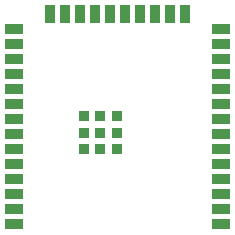
<source format=gbr>
%TF.GenerationSoftware,KiCad,Pcbnew,7.0.1-0*%
%TF.CreationDate,2023-12-26T16:16:11+01:00*%
%TF.ProjectId,luz,6c757a2e-6b69-4636-9164-5f7063625858,0.0.3a*%
%TF.SameCoordinates,Original*%
%TF.FileFunction,Paste,Bot*%
%TF.FilePolarity,Positive*%
%FSLAX46Y46*%
G04 Gerber Fmt 4.6, Leading zero omitted, Abs format (unit mm)*
G04 Created by KiCad (PCBNEW 7.0.1-0) date 2023-12-26 16:16:11*
%MOMM*%
%LPD*%
G01*
G04 APERTURE LIST*
%ADD10R,0.900000X0.900000*%
%ADD11R,1.500000X0.900000*%
%ADD12R,0.900000X1.500000*%
G04 APERTURE END LIST*
D10*
%TO.C,U5*%
X52600000Y-110185000D03*
X52600000Y-108785000D03*
X52600000Y-107385000D03*
X51200000Y-110185000D03*
X51200000Y-108785000D03*
X51200000Y-107385000D03*
X49800000Y-110185000D03*
X49800000Y-108785000D03*
X49800000Y-107385000D03*
D11*
X61450000Y-116505000D03*
X61450000Y-115235000D03*
X61450000Y-113965000D03*
X61450000Y-112695000D03*
X61450000Y-111425000D03*
X61450000Y-110155000D03*
X61450000Y-108885000D03*
X61450000Y-107615000D03*
X61450000Y-106345000D03*
X61450000Y-105075000D03*
X61450000Y-103805000D03*
X61450000Y-102535000D03*
X61450000Y-101265000D03*
X61450000Y-99995000D03*
D12*
X58420000Y-98745000D03*
X57150000Y-98745000D03*
X55880000Y-98745000D03*
X54610000Y-98745000D03*
X53340000Y-98745000D03*
X52070000Y-98745000D03*
X50800000Y-98745000D03*
X49530000Y-98745000D03*
X48260000Y-98745000D03*
X46990000Y-98745000D03*
D11*
X43950000Y-99995000D03*
X43950000Y-101265000D03*
X43950000Y-102535000D03*
X43950000Y-103805000D03*
X43950000Y-105075000D03*
X43950000Y-106345000D03*
X43950000Y-107615000D03*
X43950000Y-108885000D03*
X43950000Y-110155000D03*
X43950000Y-111425000D03*
X43950000Y-112695000D03*
X43950000Y-113965000D03*
X43950000Y-115235000D03*
X43950000Y-116505000D03*
%TD*%
M02*

</source>
